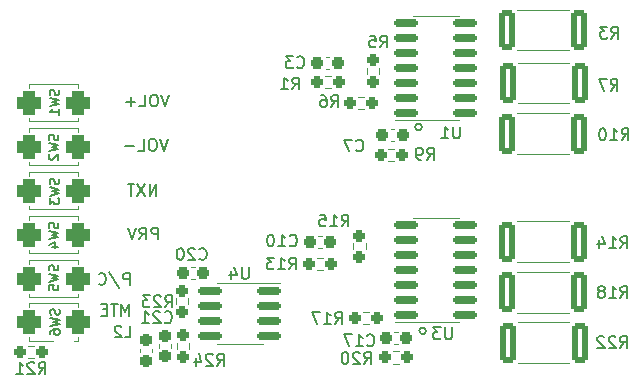
<source format=gbo>
G04 #@! TF.GenerationSoftware,KiCad,Pcbnew,6.99.0-unknown-455e330f3b~148~ubuntu20.04.1*
G04 #@! TF.CreationDate,2022-04-22T09:43:24+05:30*
G04 #@! TF.ProjectId,aptx_headset,61707478-5f68-4656-9164-7365742e6b69,rev?*
G04 #@! TF.SameCoordinates,Original*
G04 #@! TF.FileFunction,Legend,Bot*
G04 #@! TF.FilePolarity,Positive*
%FSLAX46Y46*%
G04 Gerber Fmt 4.6, Leading zero omitted, Abs format (unit mm)*
G04 Created by KiCad (PCBNEW 6.99.0-unknown-455e330f3b~148~ubuntu20.04.1) date 2022-04-22 09:43:24*
%MOMM*%
%LPD*%
G01*
G04 APERTURE LIST*
G04 Aperture macros list*
%AMRoundRect*
0 Rectangle with rounded corners*
0 $1 Rounding radius*
0 $2 $3 $4 $5 $6 $7 $8 $9 X,Y pos of 4 corners*
0 Add a 4 corners polygon primitive as box body*
4,1,4,$2,$3,$4,$5,$6,$7,$8,$9,$2,$3,0*
0 Add four circle primitives for the rounded corners*
1,1,$1+$1,$2,$3*
1,1,$1+$1,$4,$5*
1,1,$1+$1,$6,$7*
1,1,$1+$1,$8,$9*
0 Add four rect primitives between the rounded corners*
20,1,$1+$1,$2,$3,$4,$5,0*
20,1,$1+$1,$4,$5,$6,$7,0*
20,1,$1+$1,$6,$7,$8,$9,0*
20,1,$1+$1,$8,$9,$2,$3,0*%
G04 Aperture macros list end*
%ADD10C,0.150000*%
%ADD11C,0.120000*%
%ADD12C,1.500000*%
%ADD13C,1.600000*%
%ADD14R,1.700000X1.700000*%
%ADD15O,1.700000X1.700000*%
%ADD16RoundRect,0.237500X-0.300000X-0.237500X0.300000X-0.237500X0.300000X0.237500X-0.300000X0.237500X0*%
%ADD17RoundRect,0.237500X-0.250000X-0.237500X0.250000X-0.237500X0.250000X0.237500X-0.250000X0.237500X0*%
%ADD18RoundRect,0.500000X-0.500000X-0.500000X0.500000X-0.500000X0.500000X0.500000X-0.500000X0.500000X0*%
%ADD19RoundRect,0.150000X0.825000X0.150000X-0.825000X0.150000X-0.825000X-0.150000X0.825000X-0.150000X0*%
%ADD20RoundRect,0.237500X-0.237500X0.250000X-0.237500X-0.250000X0.237500X-0.250000X0.237500X0.250000X0*%
%ADD21RoundRect,0.150000X-0.825000X-0.150000X0.825000X-0.150000X0.825000X0.150000X-0.825000X0.150000X0*%
%ADD22RoundRect,0.249999X-0.450001X-1.425001X0.450001X-1.425001X0.450001X1.425001X-0.450001X1.425001X0*%
%ADD23RoundRect,0.237500X0.237500X-0.300000X0.237500X0.300000X-0.237500X0.300000X-0.237500X-0.300000X0*%
%ADD24RoundRect,0.237500X-0.237500X0.300000X-0.237500X-0.300000X0.237500X-0.300000X0.237500X0.300000X0*%
%ADD25RoundRect,0.237500X0.250000X0.237500X-0.250000X0.237500X-0.250000X-0.237500X0.250000X-0.237500X0*%
G04 APERTURE END LIST*
D10*
X121182843Y-97150000D02*
G75*
G03*
X121182843Y-97150000I-282843J0D01*
G01*
X120832843Y-79900000D02*
G75*
G03*
X120832843Y-79900000I-282843J0D01*
G01*
X99330951Y-80902380D02*
X98997618Y-81902380D01*
X98997618Y-81902380D02*
X98664285Y-80902380D01*
X98140475Y-80902380D02*
X97949999Y-80902380D01*
X97949999Y-80902380D02*
X97854761Y-80950000D01*
X97854761Y-80950000D02*
X97759523Y-81045238D01*
X97759523Y-81045238D02*
X97711904Y-81235714D01*
X97711904Y-81235714D02*
X97711904Y-81569047D01*
X97711904Y-81569047D02*
X97759523Y-81759523D01*
X97759523Y-81759523D02*
X97854761Y-81854761D01*
X97854761Y-81854761D02*
X97949999Y-81902380D01*
X97949999Y-81902380D02*
X98140475Y-81902380D01*
X98140475Y-81902380D02*
X98235713Y-81854761D01*
X98235713Y-81854761D02*
X98330951Y-81759523D01*
X98330951Y-81759523D02*
X98378570Y-81569047D01*
X98378570Y-81569047D02*
X98378570Y-81235714D01*
X98378570Y-81235714D02*
X98330951Y-81045238D01*
X98330951Y-81045238D02*
X98235713Y-80950000D01*
X98235713Y-80950000D02*
X98140475Y-80902380D01*
X96807142Y-81902380D02*
X97283332Y-81902380D01*
X97283332Y-81902380D02*
X97283332Y-80902380D01*
X96473808Y-81521428D02*
X95711904Y-81521428D01*
X96066666Y-95852380D02*
X96066666Y-94852380D01*
X96066666Y-94852380D02*
X95733333Y-95566666D01*
X95733333Y-95566666D02*
X95400000Y-94852380D01*
X95400000Y-94852380D02*
X95400000Y-95852380D01*
X95066666Y-94852380D02*
X94495238Y-94852380D01*
X94780952Y-95852380D02*
X94780952Y-94852380D01*
X94161904Y-95328571D02*
X93828571Y-95328571D01*
X93685714Y-95852380D02*
X94161904Y-95852380D01*
X94161904Y-95852380D02*
X94161904Y-94852380D01*
X94161904Y-94852380D02*
X93685714Y-94852380D01*
X98490475Y-89402380D02*
X98490475Y-88402380D01*
X98490475Y-88402380D02*
X98109523Y-88402380D01*
X98109523Y-88402380D02*
X98014285Y-88450000D01*
X98014285Y-88450000D02*
X97966666Y-88497619D01*
X97966666Y-88497619D02*
X97919047Y-88592857D01*
X97919047Y-88592857D02*
X97919047Y-88735714D01*
X97919047Y-88735714D02*
X97966666Y-88830952D01*
X97966666Y-88830952D02*
X98014285Y-88878571D01*
X98014285Y-88878571D02*
X98109523Y-88926190D01*
X98109523Y-88926190D02*
X98490475Y-88926190D01*
X96919047Y-89402380D02*
X97252380Y-88926190D01*
X97490475Y-89402380D02*
X97490475Y-88402380D01*
X97490475Y-88402380D02*
X97109523Y-88402380D01*
X97109523Y-88402380D02*
X97014285Y-88450000D01*
X97014285Y-88450000D02*
X96966666Y-88497619D01*
X96966666Y-88497619D02*
X96919047Y-88592857D01*
X96919047Y-88592857D02*
X96919047Y-88735714D01*
X96919047Y-88735714D02*
X96966666Y-88830952D01*
X96966666Y-88830952D02*
X97014285Y-88878571D01*
X97014285Y-88878571D02*
X97109523Y-88926190D01*
X97109523Y-88926190D02*
X97490475Y-88926190D01*
X96633332Y-88402380D02*
X96299999Y-89402380D01*
X96299999Y-89402380D02*
X95966666Y-88402380D01*
X98342856Y-85752380D02*
X98342856Y-84752380D01*
X98342856Y-84752380D02*
X97771428Y-85752380D01*
X97771428Y-85752380D02*
X97771428Y-84752380D01*
X97390475Y-84752380D02*
X96723809Y-85752380D01*
X96723809Y-84752380D02*
X97390475Y-85752380D01*
X96485713Y-84752380D02*
X95914285Y-84752380D01*
X96199999Y-85752380D02*
X96199999Y-84752380D01*
X99430951Y-77152380D02*
X99097618Y-78152380D01*
X99097618Y-78152380D02*
X98764285Y-77152380D01*
X98240475Y-77152380D02*
X98049999Y-77152380D01*
X98049999Y-77152380D02*
X97954761Y-77200000D01*
X97954761Y-77200000D02*
X97859523Y-77295238D01*
X97859523Y-77295238D02*
X97811904Y-77485714D01*
X97811904Y-77485714D02*
X97811904Y-77819047D01*
X97811904Y-77819047D02*
X97859523Y-78009523D01*
X97859523Y-78009523D02*
X97954761Y-78104761D01*
X97954761Y-78104761D02*
X98049999Y-78152380D01*
X98049999Y-78152380D02*
X98240475Y-78152380D01*
X98240475Y-78152380D02*
X98335713Y-78104761D01*
X98335713Y-78104761D02*
X98430951Y-78009523D01*
X98430951Y-78009523D02*
X98478570Y-77819047D01*
X98478570Y-77819047D02*
X98478570Y-77485714D01*
X98478570Y-77485714D02*
X98430951Y-77295238D01*
X98430951Y-77295238D02*
X98335713Y-77200000D01*
X98335713Y-77200000D02*
X98240475Y-77152380D01*
X96907142Y-78152380D02*
X97383332Y-78152380D01*
X97383332Y-78152380D02*
X97383332Y-77152380D01*
X96573808Y-77771428D02*
X95811904Y-77771428D01*
X96192856Y-78152380D02*
X96192856Y-77390476D01*
X96085713Y-93252380D02*
X96085713Y-92252380D01*
X96085713Y-92252380D02*
X95704761Y-92252380D01*
X95704761Y-92252380D02*
X95609523Y-92300000D01*
X95609523Y-92300000D02*
X95561904Y-92347619D01*
X95561904Y-92347619D02*
X95514285Y-92442857D01*
X95514285Y-92442857D02*
X95514285Y-92585714D01*
X95514285Y-92585714D02*
X95561904Y-92680952D01*
X95561904Y-92680952D02*
X95609523Y-92728571D01*
X95609523Y-92728571D02*
X95704761Y-92776190D01*
X95704761Y-92776190D02*
X96085713Y-92776190D01*
X94371428Y-92204761D02*
X95228570Y-93490476D01*
X93466666Y-93157142D02*
X93514285Y-93204761D01*
X93514285Y-93204761D02*
X93657142Y-93252380D01*
X93657142Y-93252380D02*
X93752380Y-93252380D01*
X93752380Y-93252380D02*
X93895237Y-93204761D01*
X93895237Y-93204761D02*
X93990475Y-93109523D01*
X93990475Y-93109523D02*
X94038094Y-93014285D01*
X94038094Y-93014285D02*
X94085713Y-92823809D01*
X94085713Y-92823809D02*
X94085713Y-92680952D01*
X94085713Y-92680952D02*
X94038094Y-92490476D01*
X94038094Y-92490476D02*
X93990475Y-92395238D01*
X93990475Y-92395238D02*
X93895237Y-92300000D01*
X93895237Y-92300000D02*
X93752380Y-92252380D01*
X93752380Y-92252380D02*
X93657142Y-92252380D01*
X93657142Y-92252380D02*
X93514285Y-92300000D01*
X93514285Y-92300000D02*
X93466666Y-92347619D01*
X116192857Y-98357142D02*
X116240476Y-98404761D01*
X116240476Y-98404761D02*
X116383333Y-98452380D01*
X116383333Y-98452380D02*
X116478571Y-98452380D01*
X116478571Y-98452380D02*
X116621428Y-98404761D01*
X116621428Y-98404761D02*
X116716666Y-98309523D01*
X116716666Y-98309523D02*
X116764285Y-98214285D01*
X116764285Y-98214285D02*
X116811904Y-98023809D01*
X116811904Y-98023809D02*
X116811904Y-97880952D01*
X116811904Y-97880952D02*
X116764285Y-97690476D01*
X116764285Y-97690476D02*
X116716666Y-97595238D01*
X116716666Y-97595238D02*
X116621428Y-97500000D01*
X116621428Y-97500000D02*
X116478571Y-97452380D01*
X116478571Y-97452380D02*
X116383333Y-97452380D01*
X116383333Y-97452380D02*
X116240476Y-97500000D01*
X116240476Y-97500000D02*
X116192857Y-97547619D01*
X115240476Y-98452380D02*
X115811904Y-98452380D01*
X115526190Y-98452380D02*
X115526190Y-97452380D01*
X115526190Y-97452380D02*
X115621428Y-97595238D01*
X115621428Y-97595238D02*
X115716666Y-97690476D01*
X115716666Y-97690476D02*
X115811904Y-97738095D01*
X114907142Y-97452380D02*
X114240476Y-97452380D01*
X114240476Y-97452380D02*
X114669047Y-98452380D01*
X109592857Y-91952380D02*
X109926190Y-91476190D01*
X110164285Y-91952380D02*
X110164285Y-90952380D01*
X110164285Y-90952380D02*
X109783333Y-90952380D01*
X109783333Y-90952380D02*
X109688095Y-91000000D01*
X109688095Y-91000000D02*
X109640476Y-91047619D01*
X109640476Y-91047619D02*
X109592857Y-91142857D01*
X109592857Y-91142857D02*
X109592857Y-91285714D01*
X109592857Y-91285714D02*
X109640476Y-91380952D01*
X109640476Y-91380952D02*
X109688095Y-91428571D01*
X109688095Y-91428571D02*
X109783333Y-91476190D01*
X109783333Y-91476190D02*
X110164285Y-91476190D01*
X108640476Y-91952380D02*
X109211904Y-91952380D01*
X108926190Y-91952380D02*
X108926190Y-90952380D01*
X108926190Y-90952380D02*
X109021428Y-91095238D01*
X109021428Y-91095238D02*
X109116666Y-91190476D01*
X109116666Y-91190476D02*
X109211904Y-91238095D01*
X108307142Y-90952380D02*
X107688095Y-90952380D01*
X107688095Y-90952380D02*
X108021428Y-91333333D01*
X108021428Y-91333333D02*
X107878571Y-91333333D01*
X107878571Y-91333333D02*
X107783333Y-91380952D01*
X107783333Y-91380952D02*
X107735714Y-91428571D01*
X107735714Y-91428571D02*
X107688095Y-91523809D01*
X107688095Y-91523809D02*
X107688095Y-91761904D01*
X107688095Y-91761904D02*
X107735714Y-91857142D01*
X107735714Y-91857142D02*
X107783333Y-91904761D01*
X107783333Y-91904761D02*
X107878571Y-91952380D01*
X107878571Y-91952380D02*
X108164285Y-91952380D01*
X108164285Y-91952380D02*
X108259523Y-91904761D01*
X108259523Y-91904761D02*
X108307142Y-91857142D01*
X90073809Y-76733332D02*
X90111904Y-76847618D01*
X90111904Y-76847618D02*
X90111904Y-77038094D01*
X90111904Y-77038094D02*
X90073809Y-77114285D01*
X90073809Y-77114285D02*
X90035714Y-77152380D01*
X90035714Y-77152380D02*
X89959523Y-77190475D01*
X89959523Y-77190475D02*
X89883333Y-77190475D01*
X89883333Y-77190475D02*
X89807142Y-77152380D01*
X89807142Y-77152380D02*
X89769047Y-77114285D01*
X89769047Y-77114285D02*
X89730952Y-77038094D01*
X89730952Y-77038094D02*
X89692857Y-76885713D01*
X89692857Y-76885713D02*
X89654761Y-76809523D01*
X89654761Y-76809523D02*
X89616666Y-76771428D01*
X89616666Y-76771428D02*
X89540476Y-76733332D01*
X89540476Y-76733332D02*
X89464285Y-76733332D01*
X89464285Y-76733332D02*
X89388095Y-76771428D01*
X89388095Y-76771428D02*
X89350000Y-76809523D01*
X89350000Y-76809523D02*
X89311904Y-76885713D01*
X89311904Y-76885713D02*
X89311904Y-77076190D01*
X89311904Y-77076190D02*
X89350000Y-77190475D01*
X89311904Y-77457142D02*
X90111904Y-77647618D01*
X90111904Y-77647618D02*
X89540476Y-77799999D01*
X89540476Y-77799999D02*
X90111904Y-77952380D01*
X90111904Y-77952380D02*
X89311904Y-78142857D01*
X90111904Y-78866666D02*
X90111904Y-78409523D01*
X90111904Y-78638095D02*
X89311904Y-78638095D01*
X89311904Y-78638095D02*
X89426190Y-78561904D01*
X89426190Y-78561904D02*
X89502380Y-78485714D01*
X89502380Y-78485714D02*
X89540476Y-78409523D01*
X106161904Y-91752380D02*
X106161904Y-92561904D01*
X106161904Y-92561904D02*
X106114285Y-92657142D01*
X106114285Y-92657142D02*
X106066666Y-92704761D01*
X106066666Y-92704761D02*
X105971428Y-92752380D01*
X105971428Y-92752380D02*
X105780952Y-92752380D01*
X105780952Y-92752380D02*
X105685714Y-92704761D01*
X105685714Y-92704761D02*
X105638095Y-92657142D01*
X105638095Y-92657142D02*
X105590476Y-92561904D01*
X105590476Y-92561904D02*
X105590476Y-91752380D01*
X104685714Y-92085714D02*
X104685714Y-92752380D01*
X104923809Y-91704761D02*
X105161904Y-92419047D01*
X105161904Y-92419047D02*
X104542857Y-92419047D01*
X90023809Y-87983332D02*
X90061904Y-88097618D01*
X90061904Y-88097618D02*
X90061904Y-88288094D01*
X90061904Y-88288094D02*
X90023809Y-88364285D01*
X90023809Y-88364285D02*
X89985714Y-88402380D01*
X89985714Y-88402380D02*
X89909523Y-88440475D01*
X89909523Y-88440475D02*
X89833333Y-88440475D01*
X89833333Y-88440475D02*
X89757142Y-88402380D01*
X89757142Y-88402380D02*
X89719047Y-88364285D01*
X89719047Y-88364285D02*
X89680952Y-88288094D01*
X89680952Y-88288094D02*
X89642857Y-88135713D01*
X89642857Y-88135713D02*
X89604761Y-88059523D01*
X89604761Y-88059523D02*
X89566666Y-88021428D01*
X89566666Y-88021428D02*
X89490476Y-87983332D01*
X89490476Y-87983332D02*
X89414285Y-87983332D01*
X89414285Y-87983332D02*
X89338095Y-88021428D01*
X89338095Y-88021428D02*
X89300000Y-88059523D01*
X89300000Y-88059523D02*
X89261904Y-88135713D01*
X89261904Y-88135713D02*
X89261904Y-88326190D01*
X89261904Y-88326190D02*
X89300000Y-88440475D01*
X89261904Y-88707142D02*
X90061904Y-88897618D01*
X90061904Y-88897618D02*
X89490476Y-89049999D01*
X89490476Y-89049999D02*
X90061904Y-89202380D01*
X90061904Y-89202380D02*
X89261904Y-89392857D01*
X89528571Y-90040476D02*
X90061904Y-90040476D01*
X89223809Y-89850000D02*
X89795238Y-89659523D01*
X89795238Y-89659523D02*
X89795238Y-90154762D01*
X90123809Y-95333332D02*
X90161904Y-95447618D01*
X90161904Y-95447618D02*
X90161904Y-95638094D01*
X90161904Y-95638094D02*
X90123809Y-95714285D01*
X90123809Y-95714285D02*
X90085714Y-95752380D01*
X90085714Y-95752380D02*
X90009523Y-95790475D01*
X90009523Y-95790475D02*
X89933333Y-95790475D01*
X89933333Y-95790475D02*
X89857142Y-95752380D01*
X89857142Y-95752380D02*
X89819047Y-95714285D01*
X89819047Y-95714285D02*
X89780952Y-95638094D01*
X89780952Y-95638094D02*
X89742857Y-95485713D01*
X89742857Y-95485713D02*
X89704761Y-95409523D01*
X89704761Y-95409523D02*
X89666666Y-95371428D01*
X89666666Y-95371428D02*
X89590476Y-95333332D01*
X89590476Y-95333332D02*
X89514285Y-95333332D01*
X89514285Y-95333332D02*
X89438095Y-95371428D01*
X89438095Y-95371428D02*
X89400000Y-95409523D01*
X89400000Y-95409523D02*
X89361904Y-95485713D01*
X89361904Y-95485713D02*
X89361904Y-95676190D01*
X89361904Y-95676190D02*
X89400000Y-95790475D01*
X89361904Y-96057142D02*
X90161904Y-96247618D01*
X90161904Y-96247618D02*
X89590476Y-96399999D01*
X89590476Y-96399999D02*
X90161904Y-96552380D01*
X90161904Y-96552380D02*
X89361904Y-96742857D01*
X89361904Y-97390476D02*
X89361904Y-97238095D01*
X89361904Y-97238095D02*
X89400000Y-97161904D01*
X89400000Y-97161904D02*
X89438095Y-97123809D01*
X89438095Y-97123809D02*
X89552380Y-97047619D01*
X89552380Y-97047619D02*
X89704761Y-97009523D01*
X89704761Y-97009523D02*
X90009523Y-97009523D01*
X90009523Y-97009523D02*
X90085714Y-97047619D01*
X90085714Y-97047619D02*
X90123809Y-97085714D01*
X90123809Y-97085714D02*
X90161904Y-97161904D01*
X90161904Y-97161904D02*
X90161904Y-97314285D01*
X90161904Y-97314285D02*
X90123809Y-97390476D01*
X90123809Y-97390476D02*
X90085714Y-97428571D01*
X90085714Y-97428571D02*
X90009523Y-97466666D01*
X90009523Y-97466666D02*
X89819047Y-97466666D01*
X89819047Y-97466666D02*
X89742857Y-97428571D01*
X89742857Y-97428571D02*
X89704761Y-97390476D01*
X89704761Y-97390476D02*
X89666666Y-97314285D01*
X89666666Y-97314285D02*
X89666666Y-97161904D01*
X89666666Y-97161904D02*
X89704761Y-97085714D01*
X89704761Y-97085714D02*
X89742857Y-97047619D01*
X89742857Y-97047619D02*
X89819047Y-97009523D01*
X101992857Y-91057142D02*
X102040476Y-91104761D01*
X102040476Y-91104761D02*
X102183333Y-91152380D01*
X102183333Y-91152380D02*
X102278571Y-91152380D01*
X102278571Y-91152380D02*
X102421428Y-91104761D01*
X102421428Y-91104761D02*
X102516666Y-91009523D01*
X102516666Y-91009523D02*
X102564285Y-90914285D01*
X102564285Y-90914285D02*
X102611904Y-90723809D01*
X102611904Y-90723809D02*
X102611904Y-90580952D01*
X102611904Y-90580952D02*
X102564285Y-90390476D01*
X102564285Y-90390476D02*
X102516666Y-90295238D01*
X102516666Y-90295238D02*
X102421428Y-90200000D01*
X102421428Y-90200000D02*
X102278571Y-90152380D01*
X102278571Y-90152380D02*
X102183333Y-90152380D01*
X102183333Y-90152380D02*
X102040476Y-90200000D01*
X102040476Y-90200000D02*
X101992857Y-90247619D01*
X101611904Y-90247619D02*
X101564285Y-90200000D01*
X101564285Y-90200000D02*
X101469047Y-90152380D01*
X101469047Y-90152380D02*
X101230952Y-90152380D01*
X101230952Y-90152380D02*
X101135714Y-90200000D01*
X101135714Y-90200000D02*
X101088095Y-90247619D01*
X101088095Y-90247619D02*
X101040476Y-90342857D01*
X101040476Y-90342857D02*
X101040476Y-90438095D01*
X101040476Y-90438095D02*
X101088095Y-90580952D01*
X101088095Y-90580952D02*
X101659523Y-91152380D01*
X101659523Y-91152380D02*
X101040476Y-91152380D01*
X100421428Y-90152380D02*
X100326190Y-90152380D01*
X100326190Y-90152380D02*
X100230952Y-90200000D01*
X100230952Y-90200000D02*
X100183333Y-90247619D01*
X100183333Y-90247619D02*
X100135714Y-90342857D01*
X100135714Y-90342857D02*
X100088095Y-90533333D01*
X100088095Y-90533333D02*
X100088095Y-90771428D01*
X100088095Y-90771428D02*
X100135714Y-90961904D01*
X100135714Y-90961904D02*
X100183333Y-91057142D01*
X100183333Y-91057142D02*
X100230952Y-91104761D01*
X100230952Y-91104761D02*
X100326190Y-91152380D01*
X100326190Y-91152380D02*
X100421428Y-91152380D01*
X100421428Y-91152380D02*
X100516666Y-91104761D01*
X100516666Y-91104761D02*
X100564285Y-91057142D01*
X100564285Y-91057142D02*
X100611904Y-90961904D01*
X100611904Y-90961904D02*
X100659523Y-90771428D01*
X100659523Y-90771428D02*
X100659523Y-90533333D01*
X100659523Y-90533333D02*
X100611904Y-90342857D01*
X100611904Y-90342857D02*
X100564285Y-90247619D01*
X100564285Y-90247619D02*
X100516666Y-90200000D01*
X100516666Y-90200000D02*
X100421428Y-90152380D01*
X90073809Y-84283332D02*
X90111904Y-84397618D01*
X90111904Y-84397618D02*
X90111904Y-84588094D01*
X90111904Y-84588094D02*
X90073809Y-84664285D01*
X90073809Y-84664285D02*
X90035714Y-84702380D01*
X90035714Y-84702380D02*
X89959523Y-84740475D01*
X89959523Y-84740475D02*
X89883333Y-84740475D01*
X89883333Y-84740475D02*
X89807142Y-84702380D01*
X89807142Y-84702380D02*
X89769047Y-84664285D01*
X89769047Y-84664285D02*
X89730952Y-84588094D01*
X89730952Y-84588094D02*
X89692857Y-84435713D01*
X89692857Y-84435713D02*
X89654761Y-84359523D01*
X89654761Y-84359523D02*
X89616666Y-84321428D01*
X89616666Y-84321428D02*
X89540476Y-84283332D01*
X89540476Y-84283332D02*
X89464285Y-84283332D01*
X89464285Y-84283332D02*
X89388095Y-84321428D01*
X89388095Y-84321428D02*
X89350000Y-84359523D01*
X89350000Y-84359523D02*
X89311904Y-84435713D01*
X89311904Y-84435713D02*
X89311904Y-84626190D01*
X89311904Y-84626190D02*
X89350000Y-84740475D01*
X89311904Y-85007142D02*
X90111904Y-85197618D01*
X90111904Y-85197618D02*
X89540476Y-85349999D01*
X89540476Y-85349999D02*
X90111904Y-85502380D01*
X90111904Y-85502380D02*
X89311904Y-85692857D01*
X89311904Y-85921428D02*
X89311904Y-86416666D01*
X89311904Y-86416666D02*
X89616666Y-86150000D01*
X89616666Y-86150000D02*
X89616666Y-86264285D01*
X89616666Y-86264285D02*
X89654761Y-86340476D01*
X89654761Y-86340476D02*
X89692857Y-86378571D01*
X89692857Y-86378571D02*
X89769047Y-86416666D01*
X89769047Y-86416666D02*
X89959523Y-86416666D01*
X89959523Y-86416666D02*
X90035714Y-86378571D01*
X90035714Y-86378571D02*
X90073809Y-86340476D01*
X90073809Y-86340476D02*
X90111904Y-86264285D01*
X90111904Y-86264285D02*
X90111904Y-86035714D01*
X90111904Y-86035714D02*
X90073809Y-85959523D01*
X90073809Y-85959523D02*
X90035714Y-85921428D01*
X99092857Y-95152380D02*
X99426190Y-94676190D01*
X99664285Y-95152380D02*
X99664285Y-94152380D01*
X99664285Y-94152380D02*
X99283333Y-94152380D01*
X99283333Y-94152380D02*
X99188095Y-94200000D01*
X99188095Y-94200000D02*
X99140476Y-94247619D01*
X99140476Y-94247619D02*
X99092857Y-94342857D01*
X99092857Y-94342857D02*
X99092857Y-94485714D01*
X99092857Y-94485714D02*
X99140476Y-94580952D01*
X99140476Y-94580952D02*
X99188095Y-94628571D01*
X99188095Y-94628571D02*
X99283333Y-94676190D01*
X99283333Y-94676190D02*
X99664285Y-94676190D01*
X98711904Y-94247619D02*
X98664285Y-94200000D01*
X98664285Y-94200000D02*
X98569047Y-94152380D01*
X98569047Y-94152380D02*
X98330952Y-94152380D01*
X98330952Y-94152380D02*
X98235714Y-94200000D01*
X98235714Y-94200000D02*
X98188095Y-94247619D01*
X98188095Y-94247619D02*
X98140476Y-94342857D01*
X98140476Y-94342857D02*
X98140476Y-94438095D01*
X98140476Y-94438095D02*
X98188095Y-94580952D01*
X98188095Y-94580952D02*
X98759523Y-95152380D01*
X98759523Y-95152380D02*
X98140476Y-95152380D01*
X97807142Y-94152380D02*
X97188095Y-94152380D01*
X97188095Y-94152380D02*
X97521428Y-94533333D01*
X97521428Y-94533333D02*
X97378571Y-94533333D01*
X97378571Y-94533333D02*
X97283333Y-94580952D01*
X97283333Y-94580952D02*
X97235714Y-94628571D01*
X97235714Y-94628571D02*
X97188095Y-94723809D01*
X97188095Y-94723809D02*
X97188095Y-94961904D01*
X97188095Y-94961904D02*
X97235714Y-95057142D01*
X97235714Y-95057142D02*
X97283333Y-95104761D01*
X97283333Y-95104761D02*
X97378571Y-95152380D01*
X97378571Y-95152380D02*
X97664285Y-95152380D01*
X97664285Y-95152380D02*
X97759523Y-95104761D01*
X97759523Y-95104761D02*
X97807142Y-95057142D01*
X124061904Y-79852380D02*
X124061904Y-80661904D01*
X124061904Y-80661904D02*
X124014285Y-80757142D01*
X124014285Y-80757142D02*
X123966666Y-80804761D01*
X123966666Y-80804761D02*
X123871428Y-80852380D01*
X123871428Y-80852380D02*
X123680952Y-80852380D01*
X123680952Y-80852380D02*
X123585714Y-80804761D01*
X123585714Y-80804761D02*
X123538095Y-80757142D01*
X123538095Y-80757142D02*
X123490476Y-80661904D01*
X123490476Y-80661904D02*
X123490476Y-79852380D01*
X122490476Y-80852380D02*
X123061904Y-80852380D01*
X122776190Y-80852380D02*
X122776190Y-79852380D01*
X122776190Y-79852380D02*
X122871428Y-79995238D01*
X122871428Y-79995238D02*
X122966666Y-80090476D01*
X122966666Y-80090476D02*
X123061904Y-80138095D01*
X115266666Y-81857142D02*
X115314285Y-81904761D01*
X115314285Y-81904761D02*
X115457142Y-81952380D01*
X115457142Y-81952380D02*
X115552380Y-81952380D01*
X115552380Y-81952380D02*
X115695237Y-81904761D01*
X115695237Y-81904761D02*
X115790475Y-81809523D01*
X115790475Y-81809523D02*
X115838094Y-81714285D01*
X115838094Y-81714285D02*
X115885713Y-81523809D01*
X115885713Y-81523809D02*
X115885713Y-81380952D01*
X115885713Y-81380952D02*
X115838094Y-81190476D01*
X115838094Y-81190476D02*
X115790475Y-81095238D01*
X115790475Y-81095238D02*
X115695237Y-81000000D01*
X115695237Y-81000000D02*
X115552380Y-80952380D01*
X115552380Y-80952380D02*
X115457142Y-80952380D01*
X115457142Y-80952380D02*
X115314285Y-81000000D01*
X115314285Y-81000000D02*
X115266666Y-81047619D01*
X114933332Y-80952380D02*
X114266666Y-80952380D01*
X114266666Y-80952380D02*
X114695237Y-81952380D01*
X137742857Y-81002380D02*
X138076190Y-80526190D01*
X138314285Y-81002380D02*
X138314285Y-80002380D01*
X138314285Y-80002380D02*
X137933333Y-80002380D01*
X137933333Y-80002380D02*
X137838095Y-80050000D01*
X137838095Y-80050000D02*
X137790476Y-80097619D01*
X137790476Y-80097619D02*
X137742857Y-80192857D01*
X137742857Y-80192857D02*
X137742857Y-80335714D01*
X137742857Y-80335714D02*
X137790476Y-80430952D01*
X137790476Y-80430952D02*
X137838095Y-80478571D01*
X137838095Y-80478571D02*
X137933333Y-80526190D01*
X137933333Y-80526190D02*
X138314285Y-80526190D01*
X136790476Y-81002380D02*
X137361904Y-81002380D01*
X137076190Y-81002380D02*
X137076190Y-80002380D01*
X137076190Y-80002380D02*
X137171428Y-80145238D01*
X137171428Y-80145238D02*
X137266666Y-80240476D01*
X137266666Y-80240476D02*
X137361904Y-80288095D01*
X136171428Y-80002380D02*
X136076190Y-80002380D01*
X136076190Y-80002380D02*
X135980952Y-80050000D01*
X135980952Y-80050000D02*
X135933333Y-80097619D01*
X135933333Y-80097619D02*
X135885714Y-80192857D01*
X135885714Y-80192857D02*
X135838095Y-80383333D01*
X135838095Y-80383333D02*
X135838095Y-80621428D01*
X135838095Y-80621428D02*
X135885714Y-80811904D01*
X135885714Y-80811904D02*
X135933333Y-80907142D01*
X135933333Y-80907142D02*
X135980952Y-80954761D01*
X135980952Y-80954761D02*
X136076190Y-81002380D01*
X136076190Y-81002380D02*
X136171428Y-81002380D01*
X136171428Y-81002380D02*
X136266666Y-80954761D01*
X136266666Y-80954761D02*
X136314285Y-80907142D01*
X136314285Y-80907142D02*
X136361904Y-80811904D01*
X136361904Y-80811904D02*
X136409523Y-80621428D01*
X136409523Y-80621428D02*
X136409523Y-80383333D01*
X136409523Y-80383333D02*
X136361904Y-80192857D01*
X136361904Y-80192857D02*
X136314285Y-80097619D01*
X136314285Y-80097619D02*
X136266666Y-80050000D01*
X136266666Y-80050000D02*
X136171428Y-80002380D01*
X137642857Y-90152380D02*
X137976190Y-89676190D01*
X138214285Y-90152380D02*
X138214285Y-89152380D01*
X138214285Y-89152380D02*
X137833333Y-89152380D01*
X137833333Y-89152380D02*
X137738095Y-89200000D01*
X137738095Y-89200000D02*
X137690476Y-89247619D01*
X137690476Y-89247619D02*
X137642857Y-89342857D01*
X137642857Y-89342857D02*
X137642857Y-89485714D01*
X137642857Y-89485714D02*
X137690476Y-89580952D01*
X137690476Y-89580952D02*
X137738095Y-89628571D01*
X137738095Y-89628571D02*
X137833333Y-89676190D01*
X137833333Y-89676190D02*
X138214285Y-89676190D01*
X136690476Y-90152380D02*
X137261904Y-90152380D01*
X136976190Y-90152380D02*
X136976190Y-89152380D01*
X136976190Y-89152380D02*
X137071428Y-89295238D01*
X137071428Y-89295238D02*
X137166666Y-89390476D01*
X137166666Y-89390476D02*
X137261904Y-89438095D01*
X135833333Y-89485714D02*
X135833333Y-90152380D01*
X136071428Y-89104761D02*
X136309523Y-89819047D01*
X136309523Y-89819047D02*
X135690476Y-89819047D01*
X90023809Y-91583332D02*
X90061904Y-91697618D01*
X90061904Y-91697618D02*
X90061904Y-91888094D01*
X90061904Y-91888094D02*
X90023809Y-91964285D01*
X90023809Y-91964285D02*
X89985714Y-92002380D01*
X89985714Y-92002380D02*
X89909523Y-92040475D01*
X89909523Y-92040475D02*
X89833333Y-92040475D01*
X89833333Y-92040475D02*
X89757142Y-92002380D01*
X89757142Y-92002380D02*
X89719047Y-91964285D01*
X89719047Y-91964285D02*
X89680952Y-91888094D01*
X89680952Y-91888094D02*
X89642857Y-91735713D01*
X89642857Y-91735713D02*
X89604761Y-91659523D01*
X89604761Y-91659523D02*
X89566666Y-91621428D01*
X89566666Y-91621428D02*
X89490476Y-91583332D01*
X89490476Y-91583332D02*
X89414285Y-91583332D01*
X89414285Y-91583332D02*
X89338095Y-91621428D01*
X89338095Y-91621428D02*
X89300000Y-91659523D01*
X89300000Y-91659523D02*
X89261904Y-91735713D01*
X89261904Y-91735713D02*
X89261904Y-91926190D01*
X89261904Y-91926190D02*
X89300000Y-92040475D01*
X89261904Y-92307142D02*
X90061904Y-92497618D01*
X90061904Y-92497618D02*
X89490476Y-92649999D01*
X89490476Y-92649999D02*
X90061904Y-92802380D01*
X90061904Y-92802380D02*
X89261904Y-92992857D01*
X89261904Y-93678571D02*
X89261904Y-93297619D01*
X89261904Y-93297619D02*
X89642857Y-93259523D01*
X89642857Y-93259523D02*
X89604761Y-93297619D01*
X89604761Y-93297619D02*
X89566666Y-93373809D01*
X89566666Y-93373809D02*
X89566666Y-93564285D01*
X89566666Y-93564285D02*
X89604761Y-93640476D01*
X89604761Y-93640476D02*
X89642857Y-93678571D01*
X89642857Y-93678571D02*
X89719047Y-93716666D01*
X89719047Y-93716666D02*
X89909523Y-93716666D01*
X89909523Y-93716666D02*
X89985714Y-93678571D01*
X89985714Y-93678571D02*
X90023809Y-93640476D01*
X90023809Y-93640476D02*
X90061904Y-93564285D01*
X90061904Y-93564285D02*
X90061904Y-93373809D01*
X90061904Y-93373809D02*
X90023809Y-93297619D01*
X90023809Y-93297619D02*
X89985714Y-93259523D01*
X123361904Y-96852380D02*
X123361904Y-97661904D01*
X123361904Y-97661904D02*
X123314285Y-97757142D01*
X123314285Y-97757142D02*
X123266666Y-97804761D01*
X123266666Y-97804761D02*
X123171428Y-97852380D01*
X123171428Y-97852380D02*
X122980952Y-97852380D01*
X122980952Y-97852380D02*
X122885714Y-97804761D01*
X122885714Y-97804761D02*
X122838095Y-97757142D01*
X122838095Y-97757142D02*
X122790476Y-97661904D01*
X122790476Y-97661904D02*
X122790476Y-96852380D01*
X122409523Y-96852380D02*
X121790476Y-96852380D01*
X121790476Y-96852380D02*
X122123809Y-97233333D01*
X122123809Y-97233333D02*
X121980952Y-97233333D01*
X121980952Y-97233333D02*
X121885714Y-97280952D01*
X121885714Y-97280952D02*
X121838095Y-97328571D01*
X121838095Y-97328571D02*
X121790476Y-97423809D01*
X121790476Y-97423809D02*
X121790476Y-97661904D01*
X121790476Y-97661904D02*
X121838095Y-97757142D01*
X121838095Y-97757142D02*
X121885714Y-97804761D01*
X121885714Y-97804761D02*
X121980952Y-97852380D01*
X121980952Y-97852380D02*
X122266666Y-97852380D01*
X122266666Y-97852380D02*
X122361904Y-97804761D01*
X122361904Y-97804761D02*
X122409523Y-97757142D01*
X90023809Y-80533332D02*
X90061904Y-80647618D01*
X90061904Y-80647618D02*
X90061904Y-80838094D01*
X90061904Y-80838094D02*
X90023809Y-80914285D01*
X90023809Y-80914285D02*
X89985714Y-80952380D01*
X89985714Y-80952380D02*
X89909523Y-80990475D01*
X89909523Y-80990475D02*
X89833333Y-80990475D01*
X89833333Y-80990475D02*
X89757142Y-80952380D01*
X89757142Y-80952380D02*
X89719047Y-80914285D01*
X89719047Y-80914285D02*
X89680952Y-80838094D01*
X89680952Y-80838094D02*
X89642857Y-80685713D01*
X89642857Y-80685713D02*
X89604761Y-80609523D01*
X89604761Y-80609523D02*
X89566666Y-80571428D01*
X89566666Y-80571428D02*
X89490476Y-80533332D01*
X89490476Y-80533332D02*
X89414285Y-80533332D01*
X89414285Y-80533332D02*
X89338095Y-80571428D01*
X89338095Y-80571428D02*
X89300000Y-80609523D01*
X89300000Y-80609523D02*
X89261904Y-80685713D01*
X89261904Y-80685713D02*
X89261904Y-80876190D01*
X89261904Y-80876190D02*
X89300000Y-80990475D01*
X89261904Y-81257142D02*
X90061904Y-81447618D01*
X90061904Y-81447618D02*
X89490476Y-81599999D01*
X89490476Y-81599999D02*
X90061904Y-81752380D01*
X90061904Y-81752380D02*
X89261904Y-81942857D01*
X89338095Y-82209523D02*
X89300000Y-82247619D01*
X89300000Y-82247619D02*
X89261904Y-82323809D01*
X89261904Y-82323809D02*
X89261904Y-82514285D01*
X89261904Y-82514285D02*
X89300000Y-82590476D01*
X89300000Y-82590476D02*
X89338095Y-82628571D01*
X89338095Y-82628571D02*
X89414285Y-82666666D01*
X89414285Y-82666666D02*
X89490476Y-82666666D01*
X89490476Y-82666666D02*
X89604761Y-82628571D01*
X89604761Y-82628571D02*
X90061904Y-82171428D01*
X90061904Y-82171428D02*
X90061904Y-82666666D01*
X136816666Y-76802380D02*
X137149999Y-76326190D01*
X137388094Y-76802380D02*
X137388094Y-75802380D01*
X137388094Y-75802380D02*
X137007142Y-75802380D01*
X137007142Y-75802380D02*
X136911904Y-75850000D01*
X136911904Y-75850000D02*
X136864285Y-75897619D01*
X136864285Y-75897619D02*
X136816666Y-75992857D01*
X136816666Y-75992857D02*
X136816666Y-76135714D01*
X136816666Y-76135714D02*
X136864285Y-76230952D01*
X136864285Y-76230952D02*
X136911904Y-76278571D01*
X136911904Y-76278571D02*
X137007142Y-76326190D01*
X137007142Y-76326190D02*
X137388094Y-76326190D01*
X136483332Y-75802380D02*
X135816666Y-75802380D01*
X135816666Y-75802380D02*
X136245237Y-76802380D01*
X115942857Y-99952380D02*
X116276190Y-99476190D01*
X116514285Y-99952380D02*
X116514285Y-98952380D01*
X116514285Y-98952380D02*
X116133333Y-98952380D01*
X116133333Y-98952380D02*
X116038095Y-99000000D01*
X116038095Y-99000000D02*
X115990476Y-99047619D01*
X115990476Y-99047619D02*
X115942857Y-99142857D01*
X115942857Y-99142857D02*
X115942857Y-99285714D01*
X115942857Y-99285714D02*
X115990476Y-99380952D01*
X115990476Y-99380952D02*
X116038095Y-99428571D01*
X116038095Y-99428571D02*
X116133333Y-99476190D01*
X116133333Y-99476190D02*
X116514285Y-99476190D01*
X115561904Y-99047619D02*
X115514285Y-99000000D01*
X115514285Y-99000000D02*
X115419047Y-98952380D01*
X115419047Y-98952380D02*
X115180952Y-98952380D01*
X115180952Y-98952380D02*
X115085714Y-99000000D01*
X115085714Y-99000000D02*
X115038095Y-99047619D01*
X115038095Y-99047619D02*
X114990476Y-99142857D01*
X114990476Y-99142857D02*
X114990476Y-99238095D01*
X114990476Y-99238095D02*
X115038095Y-99380952D01*
X115038095Y-99380952D02*
X115609523Y-99952380D01*
X115609523Y-99952380D02*
X114990476Y-99952380D01*
X114371428Y-98952380D02*
X114276190Y-98952380D01*
X114276190Y-98952380D02*
X114180952Y-99000000D01*
X114180952Y-99000000D02*
X114133333Y-99047619D01*
X114133333Y-99047619D02*
X114085714Y-99142857D01*
X114085714Y-99142857D02*
X114038095Y-99333333D01*
X114038095Y-99333333D02*
X114038095Y-99571428D01*
X114038095Y-99571428D02*
X114085714Y-99761904D01*
X114085714Y-99761904D02*
X114133333Y-99857142D01*
X114133333Y-99857142D02*
X114180952Y-99904761D01*
X114180952Y-99904761D02*
X114276190Y-99952380D01*
X114276190Y-99952380D02*
X114371428Y-99952380D01*
X114371428Y-99952380D02*
X114466666Y-99904761D01*
X114466666Y-99904761D02*
X114514285Y-99857142D01*
X114514285Y-99857142D02*
X114561904Y-99761904D01*
X114561904Y-99761904D02*
X114609523Y-99571428D01*
X114609523Y-99571428D02*
X114609523Y-99333333D01*
X114609523Y-99333333D02*
X114561904Y-99142857D01*
X114561904Y-99142857D02*
X114514285Y-99047619D01*
X114514285Y-99047619D02*
X114466666Y-99000000D01*
X114466666Y-99000000D02*
X114371428Y-98952380D01*
X114042857Y-88302380D02*
X114376190Y-87826190D01*
X114614285Y-88302380D02*
X114614285Y-87302380D01*
X114614285Y-87302380D02*
X114233333Y-87302380D01*
X114233333Y-87302380D02*
X114138095Y-87350000D01*
X114138095Y-87350000D02*
X114090476Y-87397619D01*
X114090476Y-87397619D02*
X114042857Y-87492857D01*
X114042857Y-87492857D02*
X114042857Y-87635714D01*
X114042857Y-87635714D02*
X114090476Y-87730952D01*
X114090476Y-87730952D02*
X114138095Y-87778571D01*
X114138095Y-87778571D02*
X114233333Y-87826190D01*
X114233333Y-87826190D02*
X114614285Y-87826190D01*
X113090476Y-88302380D02*
X113661904Y-88302380D01*
X113376190Y-88302380D02*
X113376190Y-87302380D01*
X113376190Y-87302380D02*
X113471428Y-87445238D01*
X113471428Y-87445238D02*
X113566666Y-87540476D01*
X113566666Y-87540476D02*
X113661904Y-87588095D01*
X112185714Y-87302380D02*
X112661904Y-87302380D01*
X112661904Y-87302380D02*
X112709523Y-87778571D01*
X112709523Y-87778571D02*
X112661904Y-87730952D01*
X112661904Y-87730952D02*
X112566666Y-87683333D01*
X112566666Y-87683333D02*
X112328571Y-87683333D01*
X112328571Y-87683333D02*
X112233333Y-87730952D01*
X112233333Y-87730952D02*
X112185714Y-87778571D01*
X112185714Y-87778571D02*
X112138095Y-87873809D01*
X112138095Y-87873809D02*
X112138095Y-88111904D01*
X112138095Y-88111904D02*
X112185714Y-88207142D01*
X112185714Y-88207142D02*
X112233333Y-88254761D01*
X112233333Y-88254761D02*
X112328571Y-88302380D01*
X112328571Y-88302380D02*
X112566666Y-88302380D01*
X112566666Y-88302380D02*
X112661904Y-88254761D01*
X112661904Y-88254761D02*
X112709523Y-88207142D01*
X121266666Y-82652380D02*
X121599999Y-82176190D01*
X121838094Y-82652380D02*
X121838094Y-81652380D01*
X121838094Y-81652380D02*
X121457142Y-81652380D01*
X121457142Y-81652380D02*
X121361904Y-81700000D01*
X121361904Y-81700000D02*
X121314285Y-81747619D01*
X121314285Y-81747619D02*
X121266666Y-81842857D01*
X121266666Y-81842857D02*
X121266666Y-81985714D01*
X121266666Y-81985714D02*
X121314285Y-82080952D01*
X121314285Y-82080952D02*
X121361904Y-82128571D01*
X121361904Y-82128571D02*
X121457142Y-82176190D01*
X121457142Y-82176190D02*
X121838094Y-82176190D01*
X120790475Y-82652380D02*
X120599999Y-82652380D01*
X120599999Y-82652380D02*
X120504761Y-82604761D01*
X120504761Y-82604761D02*
X120457142Y-82557142D01*
X120457142Y-82557142D02*
X120361904Y-82414285D01*
X120361904Y-82414285D02*
X120314285Y-82223809D01*
X120314285Y-82223809D02*
X120314285Y-81842857D01*
X120314285Y-81842857D02*
X120361904Y-81747619D01*
X120361904Y-81747619D02*
X120409523Y-81700000D01*
X120409523Y-81700000D02*
X120504761Y-81652380D01*
X120504761Y-81652380D02*
X120695237Y-81652380D01*
X120695237Y-81652380D02*
X120790475Y-81700000D01*
X120790475Y-81700000D02*
X120838094Y-81747619D01*
X120838094Y-81747619D02*
X120885713Y-81842857D01*
X120885713Y-81842857D02*
X120885713Y-82080952D01*
X120885713Y-82080952D02*
X120838094Y-82176190D01*
X120838094Y-82176190D02*
X120790475Y-82223809D01*
X120790475Y-82223809D02*
X120695237Y-82271428D01*
X120695237Y-82271428D02*
X120504761Y-82271428D01*
X120504761Y-82271428D02*
X120409523Y-82223809D01*
X120409523Y-82223809D02*
X120361904Y-82176190D01*
X120361904Y-82176190D02*
X120314285Y-82080952D01*
X95666666Y-97702380D02*
X96142856Y-97702380D01*
X96142856Y-97702380D02*
X96142856Y-96702380D01*
X95380951Y-96797619D02*
X95333332Y-96750000D01*
X95333332Y-96750000D02*
X95238094Y-96702380D01*
X95238094Y-96702380D02*
X94999999Y-96702380D01*
X94999999Y-96702380D02*
X94904761Y-96750000D01*
X94904761Y-96750000D02*
X94857142Y-96797619D01*
X94857142Y-96797619D02*
X94809523Y-96892857D01*
X94809523Y-96892857D02*
X94809523Y-96988095D01*
X94809523Y-96988095D02*
X94857142Y-97130952D01*
X94857142Y-97130952D02*
X95428570Y-97702380D01*
X95428570Y-97702380D02*
X94809523Y-97702380D01*
X117316666Y-73152380D02*
X117649999Y-72676190D01*
X117888094Y-73152380D02*
X117888094Y-72152380D01*
X117888094Y-72152380D02*
X117507142Y-72152380D01*
X117507142Y-72152380D02*
X117411904Y-72200000D01*
X117411904Y-72200000D02*
X117364285Y-72247619D01*
X117364285Y-72247619D02*
X117316666Y-72342857D01*
X117316666Y-72342857D02*
X117316666Y-72485714D01*
X117316666Y-72485714D02*
X117364285Y-72580952D01*
X117364285Y-72580952D02*
X117411904Y-72628571D01*
X117411904Y-72628571D02*
X117507142Y-72676190D01*
X117507142Y-72676190D02*
X117888094Y-72676190D01*
X116411904Y-72152380D02*
X116888094Y-72152380D01*
X116888094Y-72152380D02*
X116935713Y-72628571D01*
X116935713Y-72628571D02*
X116888094Y-72580952D01*
X116888094Y-72580952D02*
X116792856Y-72533333D01*
X116792856Y-72533333D02*
X116554761Y-72533333D01*
X116554761Y-72533333D02*
X116459523Y-72580952D01*
X116459523Y-72580952D02*
X116411904Y-72628571D01*
X116411904Y-72628571D02*
X116364285Y-72723809D01*
X116364285Y-72723809D02*
X116364285Y-72961904D01*
X116364285Y-72961904D02*
X116411904Y-73057142D01*
X116411904Y-73057142D02*
X116459523Y-73104761D01*
X116459523Y-73104761D02*
X116554761Y-73152380D01*
X116554761Y-73152380D02*
X116792856Y-73152380D01*
X116792856Y-73152380D02*
X116888094Y-73104761D01*
X116888094Y-73104761D02*
X116935713Y-73057142D01*
X110266666Y-74807142D02*
X110314285Y-74854761D01*
X110314285Y-74854761D02*
X110457142Y-74902380D01*
X110457142Y-74902380D02*
X110552380Y-74902380D01*
X110552380Y-74902380D02*
X110695237Y-74854761D01*
X110695237Y-74854761D02*
X110790475Y-74759523D01*
X110790475Y-74759523D02*
X110838094Y-74664285D01*
X110838094Y-74664285D02*
X110885713Y-74473809D01*
X110885713Y-74473809D02*
X110885713Y-74330952D01*
X110885713Y-74330952D02*
X110838094Y-74140476D01*
X110838094Y-74140476D02*
X110790475Y-74045238D01*
X110790475Y-74045238D02*
X110695237Y-73950000D01*
X110695237Y-73950000D02*
X110552380Y-73902380D01*
X110552380Y-73902380D02*
X110457142Y-73902380D01*
X110457142Y-73902380D02*
X110314285Y-73950000D01*
X110314285Y-73950000D02*
X110266666Y-73997619D01*
X109933332Y-73902380D02*
X109314285Y-73902380D01*
X109314285Y-73902380D02*
X109647618Y-74283333D01*
X109647618Y-74283333D02*
X109504761Y-74283333D01*
X109504761Y-74283333D02*
X109409523Y-74330952D01*
X109409523Y-74330952D02*
X109361904Y-74378571D01*
X109361904Y-74378571D02*
X109314285Y-74473809D01*
X109314285Y-74473809D02*
X109314285Y-74711904D01*
X109314285Y-74711904D02*
X109361904Y-74807142D01*
X109361904Y-74807142D02*
X109409523Y-74854761D01*
X109409523Y-74854761D02*
X109504761Y-74902380D01*
X109504761Y-74902380D02*
X109790475Y-74902380D01*
X109790475Y-74902380D02*
X109885713Y-74854761D01*
X109885713Y-74854761D02*
X109933332Y-74807142D01*
X136866666Y-72402380D02*
X137199999Y-71926190D01*
X137438094Y-72402380D02*
X137438094Y-71402380D01*
X137438094Y-71402380D02*
X137057142Y-71402380D01*
X137057142Y-71402380D02*
X136961904Y-71450000D01*
X136961904Y-71450000D02*
X136914285Y-71497619D01*
X136914285Y-71497619D02*
X136866666Y-71592857D01*
X136866666Y-71592857D02*
X136866666Y-71735714D01*
X136866666Y-71735714D02*
X136914285Y-71830952D01*
X136914285Y-71830952D02*
X136961904Y-71878571D01*
X136961904Y-71878571D02*
X137057142Y-71926190D01*
X137057142Y-71926190D02*
X137438094Y-71926190D01*
X136533332Y-71402380D02*
X135914285Y-71402380D01*
X135914285Y-71402380D02*
X136247618Y-71783333D01*
X136247618Y-71783333D02*
X136104761Y-71783333D01*
X136104761Y-71783333D02*
X136009523Y-71830952D01*
X136009523Y-71830952D02*
X135961904Y-71878571D01*
X135961904Y-71878571D02*
X135914285Y-71973809D01*
X135914285Y-71973809D02*
X135914285Y-72211904D01*
X135914285Y-72211904D02*
X135961904Y-72307142D01*
X135961904Y-72307142D02*
X136009523Y-72354761D01*
X136009523Y-72354761D02*
X136104761Y-72402380D01*
X136104761Y-72402380D02*
X136390475Y-72402380D01*
X136390475Y-72402380D02*
X136485713Y-72354761D01*
X136485713Y-72354761D02*
X136533332Y-72307142D01*
X109866666Y-76702380D02*
X110199999Y-76226190D01*
X110438094Y-76702380D02*
X110438094Y-75702380D01*
X110438094Y-75702380D02*
X110057142Y-75702380D01*
X110057142Y-75702380D02*
X109961904Y-75750000D01*
X109961904Y-75750000D02*
X109914285Y-75797619D01*
X109914285Y-75797619D02*
X109866666Y-75892857D01*
X109866666Y-75892857D02*
X109866666Y-76035714D01*
X109866666Y-76035714D02*
X109914285Y-76130952D01*
X109914285Y-76130952D02*
X109961904Y-76178571D01*
X109961904Y-76178571D02*
X110057142Y-76226190D01*
X110057142Y-76226190D02*
X110438094Y-76226190D01*
X108914285Y-76702380D02*
X109485713Y-76702380D01*
X109199999Y-76702380D02*
X109199999Y-75702380D01*
X109199999Y-75702380D02*
X109295237Y-75845238D01*
X109295237Y-75845238D02*
X109390475Y-75940476D01*
X109390475Y-75940476D02*
X109485713Y-75988095D01*
X113166666Y-78202380D02*
X113499999Y-77726190D01*
X113738094Y-78202380D02*
X113738094Y-77202380D01*
X113738094Y-77202380D02*
X113357142Y-77202380D01*
X113357142Y-77202380D02*
X113261904Y-77250000D01*
X113261904Y-77250000D02*
X113214285Y-77297619D01*
X113214285Y-77297619D02*
X113166666Y-77392857D01*
X113166666Y-77392857D02*
X113166666Y-77535714D01*
X113166666Y-77535714D02*
X113214285Y-77630952D01*
X113214285Y-77630952D02*
X113261904Y-77678571D01*
X113261904Y-77678571D02*
X113357142Y-77726190D01*
X113357142Y-77726190D02*
X113738094Y-77726190D01*
X112309523Y-77202380D02*
X112499999Y-77202380D01*
X112499999Y-77202380D02*
X112595237Y-77250000D01*
X112595237Y-77250000D02*
X112642856Y-77297619D01*
X112642856Y-77297619D02*
X112738094Y-77440476D01*
X112738094Y-77440476D02*
X112785713Y-77630952D01*
X112785713Y-77630952D02*
X112785713Y-78011904D01*
X112785713Y-78011904D02*
X112738094Y-78107142D01*
X112738094Y-78107142D02*
X112690475Y-78154761D01*
X112690475Y-78154761D02*
X112595237Y-78202380D01*
X112595237Y-78202380D02*
X112404761Y-78202380D01*
X112404761Y-78202380D02*
X112309523Y-78154761D01*
X112309523Y-78154761D02*
X112261904Y-78107142D01*
X112261904Y-78107142D02*
X112214285Y-78011904D01*
X112214285Y-78011904D02*
X112214285Y-77773809D01*
X112214285Y-77773809D02*
X112261904Y-77678571D01*
X112261904Y-77678571D02*
X112309523Y-77630952D01*
X112309523Y-77630952D02*
X112404761Y-77583333D01*
X112404761Y-77583333D02*
X112595237Y-77583333D01*
X112595237Y-77583333D02*
X112690475Y-77630952D01*
X112690475Y-77630952D02*
X112738094Y-77678571D01*
X112738094Y-77678571D02*
X112785713Y-77773809D01*
X137642857Y-94352380D02*
X137976190Y-93876190D01*
X138214285Y-94352380D02*
X138214285Y-93352380D01*
X138214285Y-93352380D02*
X137833333Y-93352380D01*
X137833333Y-93352380D02*
X137738095Y-93400000D01*
X137738095Y-93400000D02*
X137690476Y-93447619D01*
X137690476Y-93447619D02*
X137642857Y-93542857D01*
X137642857Y-93542857D02*
X137642857Y-93685714D01*
X137642857Y-93685714D02*
X137690476Y-93780952D01*
X137690476Y-93780952D02*
X137738095Y-93828571D01*
X137738095Y-93828571D02*
X137833333Y-93876190D01*
X137833333Y-93876190D02*
X138214285Y-93876190D01*
X136690476Y-94352380D02*
X137261904Y-94352380D01*
X136976190Y-94352380D02*
X136976190Y-93352380D01*
X136976190Y-93352380D02*
X137071428Y-93495238D01*
X137071428Y-93495238D02*
X137166666Y-93590476D01*
X137166666Y-93590476D02*
X137261904Y-93638095D01*
X136119047Y-93780952D02*
X136214285Y-93733333D01*
X136214285Y-93733333D02*
X136261904Y-93685714D01*
X136261904Y-93685714D02*
X136309523Y-93590476D01*
X136309523Y-93590476D02*
X136309523Y-93542857D01*
X136309523Y-93542857D02*
X136261904Y-93447619D01*
X136261904Y-93447619D02*
X136214285Y-93400000D01*
X136214285Y-93400000D02*
X136119047Y-93352380D01*
X136119047Y-93352380D02*
X135928571Y-93352380D01*
X135928571Y-93352380D02*
X135833333Y-93400000D01*
X135833333Y-93400000D02*
X135785714Y-93447619D01*
X135785714Y-93447619D02*
X135738095Y-93542857D01*
X135738095Y-93542857D02*
X135738095Y-93590476D01*
X135738095Y-93590476D02*
X135785714Y-93685714D01*
X135785714Y-93685714D02*
X135833333Y-93733333D01*
X135833333Y-93733333D02*
X135928571Y-93780952D01*
X135928571Y-93780952D02*
X136119047Y-93780952D01*
X136119047Y-93780952D02*
X136214285Y-93828571D01*
X136214285Y-93828571D02*
X136261904Y-93876190D01*
X136261904Y-93876190D02*
X136309523Y-93971428D01*
X136309523Y-93971428D02*
X136309523Y-94161904D01*
X136309523Y-94161904D02*
X136261904Y-94257142D01*
X136261904Y-94257142D02*
X136214285Y-94304761D01*
X136214285Y-94304761D02*
X136119047Y-94352380D01*
X136119047Y-94352380D02*
X135928571Y-94352380D01*
X135928571Y-94352380D02*
X135833333Y-94304761D01*
X135833333Y-94304761D02*
X135785714Y-94257142D01*
X135785714Y-94257142D02*
X135738095Y-94161904D01*
X135738095Y-94161904D02*
X135738095Y-93971428D01*
X135738095Y-93971428D02*
X135785714Y-93876190D01*
X135785714Y-93876190D02*
X135833333Y-93828571D01*
X135833333Y-93828571D02*
X135928571Y-93780952D01*
X113492857Y-96552380D02*
X113826190Y-96076190D01*
X114064285Y-96552380D02*
X114064285Y-95552380D01*
X114064285Y-95552380D02*
X113683333Y-95552380D01*
X113683333Y-95552380D02*
X113588095Y-95600000D01*
X113588095Y-95600000D02*
X113540476Y-95647619D01*
X113540476Y-95647619D02*
X113492857Y-95742857D01*
X113492857Y-95742857D02*
X113492857Y-95885714D01*
X113492857Y-95885714D02*
X113540476Y-95980952D01*
X113540476Y-95980952D02*
X113588095Y-96028571D01*
X113588095Y-96028571D02*
X113683333Y-96076190D01*
X113683333Y-96076190D02*
X114064285Y-96076190D01*
X112540476Y-96552380D02*
X113111904Y-96552380D01*
X112826190Y-96552380D02*
X112826190Y-95552380D01*
X112826190Y-95552380D02*
X112921428Y-95695238D01*
X112921428Y-95695238D02*
X113016666Y-95790476D01*
X113016666Y-95790476D02*
X113111904Y-95838095D01*
X112207142Y-95552380D02*
X111540476Y-95552380D01*
X111540476Y-95552380D02*
X111969047Y-96552380D01*
X99042857Y-96407142D02*
X99090476Y-96454761D01*
X99090476Y-96454761D02*
X99233333Y-96502380D01*
X99233333Y-96502380D02*
X99328571Y-96502380D01*
X99328571Y-96502380D02*
X99471428Y-96454761D01*
X99471428Y-96454761D02*
X99566666Y-96359523D01*
X99566666Y-96359523D02*
X99614285Y-96264285D01*
X99614285Y-96264285D02*
X99661904Y-96073809D01*
X99661904Y-96073809D02*
X99661904Y-95930952D01*
X99661904Y-95930952D02*
X99614285Y-95740476D01*
X99614285Y-95740476D02*
X99566666Y-95645238D01*
X99566666Y-95645238D02*
X99471428Y-95550000D01*
X99471428Y-95550000D02*
X99328571Y-95502380D01*
X99328571Y-95502380D02*
X99233333Y-95502380D01*
X99233333Y-95502380D02*
X99090476Y-95550000D01*
X99090476Y-95550000D02*
X99042857Y-95597619D01*
X98661904Y-95597619D02*
X98614285Y-95550000D01*
X98614285Y-95550000D02*
X98519047Y-95502380D01*
X98519047Y-95502380D02*
X98280952Y-95502380D01*
X98280952Y-95502380D02*
X98185714Y-95550000D01*
X98185714Y-95550000D02*
X98138095Y-95597619D01*
X98138095Y-95597619D02*
X98090476Y-95692857D01*
X98090476Y-95692857D02*
X98090476Y-95788095D01*
X98090476Y-95788095D02*
X98138095Y-95930952D01*
X98138095Y-95930952D02*
X98709523Y-96502380D01*
X98709523Y-96502380D02*
X98090476Y-96502380D01*
X97138095Y-96502380D02*
X97709523Y-96502380D01*
X97423809Y-96502380D02*
X97423809Y-95502380D01*
X97423809Y-95502380D02*
X97519047Y-95645238D01*
X97519047Y-95645238D02*
X97614285Y-95740476D01*
X97614285Y-95740476D02*
X97709523Y-95788095D01*
X103492857Y-100102380D02*
X103826190Y-99626190D01*
X104064285Y-100102380D02*
X104064285Y-99102380D01*
X104064285Y-99102380D02*
X103683333Y-99102380D01*
X103683333Y-99102380D02*
X103588095Y-99150000D01*
X103588095Y-99150000D02*
X103540476Y-99197619D01*
X103540476Y-99197619D02*
X103492857Y-99292857D01*
X103492857Y-99292857D02*
X103492857Y-99435714D01*
X103492857Y-99435714D02*
X103540476Y-99530952D01*
X103540476Y-99530952D02*
X103588095Y-99578571D01*
X103588095Y-99578571D02*
X103683333Y-99626190D01*
X103683333Y-99626190D02*
X104064285Y-99626190D01*
X103111904Y-99197619D02*
X103064285Y-99150000D01*
X103064285Y-99150000D02*
X102969047Y-99102380D01*
X102969047Y-99102380D02*
X102730952Y-99102380D01*
X102730952Y-99102380D02*
X102635714Y-99150000D01*
X102635714Y-99150000D02*
X102588095Y-99197619D01*
X102588095Y-99197619D02*
X102540476Y-99292857D01*
X102540476Y-99292857D02*
X102540476Y-99388095D01*
X102540476Y-99388095D02*
X102588095Y-99530952D01*
X102588095Y-99530952D02*
X103159523Y-100102380D01*
X103159523Y-100102380D02*
X102540476Y-100102380D01*
X101683333Y-99435714D02*
X101683333Y-100102380D01*
X101921428Y-99054761D02*
X102159523Y-99769047D01*
X102159523Y-99769047D02*
X101540476Y-99769047D01*
X88392857Y-100802380D02*
X88726190Y-100326190D01*
X88964285Y-100802380D02*
X88964285Y-99802380D01*
X88964285Y-99802380D02*
X88583333Y-99802380D01*
X88583333Y-99802380D02*
X88488095Y-99850000D01*
X88488095Y-99850000D02*
X88440476Y-99897619D01*
X88440476Y-99897619D02*
X88392857Y-99992857D01*
X88392857Y-99992857D02*
X88392857Y-100135714D01*
X88392857Y-100135714D02*
X88440476Y-100230952D01*
X88440476Y-100230952D02*
X88488095Y-100278571D01*
X88488095Y-100278571D02*
X88583333Y-100326190D01*
X88583333Y-100326190D02*
X88964285Y-100326190D01*
X88011904Y-99897619D02*
X87964285Y-99850000D01*
X87964285Y-99850000D02*
X87869047Y-99802380D01*
X87869047Y-99802380D02*
X87630952Y-99802380D01*
X87630952Y-99802380D02*
X87535714Y-99850000D01*
X87535714Y-99850000D02*
X87488095Y-99897619D01*
X87488095Y-99897619D02*
X87440476Y-99992857D01*
X87440476Y-99992857D02*
X87440476Y-100088095D01*
X87440476Y-100088095D02*
X87488095Y-100230952D01*
X87488095Y-100230952D02*
X88059523Y-100802380D01*
X88059523Y-100802380D02*
X87440476Y-100802380D01*
X86488095Y-100802380D02*
X87059523Y-100802380D01*
X86773809Y-100802380D02*
X86773809Y-99802380D01*
X86773809Y-99802380D02*
X86869047Y-99945238D01*
X86869047Y-99945238D02*
X86964285Y-100040476D01*
X86964285Y-100040476D02*
X87059523Y-100088095D01*
X137592857Y-98602380D02*
X137926190Y-98126190D01*
X138164285Y-98602380D02*
X138164285Y-97602380D01*
X138164285Y-97602380D02*
X137783333Y-97602380D01*
X137783333Y-97602380D02*
X137688095Y-97650000D01*
X137688095Y-97650000D02*
X137640476Y-97697619D01*
X137640476Y-97697619D02*
X137592857Y-97792857D01*
X137592857Y-97792857D02*
X137592857Y-97935714D01*
X137592857Y-97935714D02*
X137640476Y-98030952D01*
X137640476Y-98030952D02*
X137688095Y-98078571D01*
X137688095Y-98078571D02*
X137783333Y-98126190D01*
X137783333Y-98126190D02*
X138164285Y-98126190D01*
X137211904Y-97697619D02*
X137164285Y-97650000D01*
X137164285Y-97650000D02*
X137069047Y-97602380D01*
X137069047Y-97602380D02*
X136830952Y-97602380D01*
X136830952Y-97602380D02*
X136735714Y-97650000D01*
X136735714Y-97650000D02*
X136688095Y-97697619D01*
X136688095Y-97697619D02*
X136640476Y-97792857D01*
X136640476Y-97792857D02*
X136640476Y-97888095D01*
X136640476Y-97888095D02*
X136688095Y-98030952D01*
X136688095Y-98030952D02*
X137259523Y-98602380D01*
X137259523Y-98602380D02*
X136640476Y-98602380D01*
X136259523Y-97697619D02*
X136211904Y-97650000D01*
X136211904Y-97650000D02*
X136116666Y-97602380D01*
X136116666Y-97602380D02*
X135878571Y-97602380D01*
X135878571Y-97602380D02*
X135783333Y-97650000D01*
X135783333Y-97650000D02*
X135735714Y-97697619D01*
X135735714Y-97697619D02*
X135688095Y-97792857D01*
X135688095Y-97792857D02*
X135688095Y-97888095D01*
X135688095Y-97888095D02*
X135735714Y-98030952D01*
X135735714Y-98030952D02*
X136307142Y-98602380D01*
X136307142Y-98602380D02*
X135688095Y-98602380D01*
X109642857Y-89907142D02*
X109690476Y-89954761D01*
X109690476Y-89954761D02*
X109833333Y-90002380D01*
X109833333Y-90002380D02*
X109928571Y-90002380D01*
X109928571Y-90002380D02*
X110071428Y-89954761D01*
X110071428Y-89954761D02*
X110166666Y-89859523D01*
X110166666Y-89859523D02*
X110214285Y-89764285D01*
X110214285Y-89764285D02*
X110261904Y-89573809D01*
X110261904Y-89573809D02*
X110261904Y-89430952D01*
X110261904Y-89430952D02*
X110214285Y-89240476D01*
X110214285Y-89240476D02*
X110166666Y-89145238D01*
X110166666Y-89145238D02*
X110071428Y-89050000D01*
X110071428Y-89050000D02*
X109928571Y-89002380D01*
X109928571Y-89002380D02*
X109833333Y-89002380D01*
X109833333Y-89002380D02*
X109690476Y-89050000D01*
X109690476Y-89050000D02*
X109642857Y-89097619D01*
X108690476Y-90002380D02*
X109261904Y-90002380D01*
X108976190Y-90002380D02*
X108976190Y-89002380D01*
X108976190Y-89002380D02*
X109071428Y-89145238D01*
X109071428Y-89145238D02*
X109166666Y-89240476D01*
X109166666Y-89240476D02*
X109261904Y-89288095D01*
X108071428Y-89002380D02*
X107976190Y-89002380D01*
X107976190Y-89002380D02*
X107880952Y-89050000D01*
X107880952Y-89050000D02*
X107833333Y-89097619D01*
X107833333Y-89097619D02*
X107785714Y-89192857D01*
X107785714Y-89192857D02*
X107738095Y-89383333D01*
X107738095Y-89383333D02*
X107738095Y-89621428D01*
X107738095Y-89621428D02*
X107785714Y-89811904D01*
X107785714Y-89811904D02*
X107833333Y-89907142D01*
X107833333Y-89907142D02*
X107880952Y-89954761D01*
X107880952Y-89954761D02*
X107976190Y-90002380D01*
X107976190Y-90002380D02*
X108071428Y-90002380D01*
X108071428Y-90002380D02*
X108166666Y-89954761D01*
X108166666Y-89954761D02*
X108214285Y-89907142D01*
X108214285Y-89907142D02*
X108261904Y-89811904D01*
X108261904Y-89811904D02*
X108309523Y-89621428D01*
X108309523Y-89621428D02*
X108309523Y-89383333D01*
X108309523Y-89383333D02*
X108261904Y-89192857D01*
X108261904Y-89192857D02*
X108214285Y-89097619D01*
X108214285Y-89097619D02*
X108166666Y-89050000D01*
X108166666Y-89050000D02*
X108071428Y-89002380D01*
D11*
X118503733Y-97240000D02*
X118796267Y-97240000D01*
X118503733Y-98260000D02*
X118796267Y-98260000D01*
X111945276Y-90977500D02*
X112454724Y-90977500D01*
X111945276Y-92022500D02*
X112454724Y-92022500D01*
X87580000Y-76280000D02*
X87580000Y-76580000D01*
X87580000Y-79120000D02*
X87580000Y-79420000D01*
X87580000Y-79420000D02*
X91720000Y-79420000D01*
X91720000Y-76280000D02*
X87580000Y-76280000D01*
X91720000Y-76580000D02*
X91720000Y-76280000D01*
X91720000Y-79420000D02*
X91720000Y-79120000D01*
X105400000Y-98260000D02*
X107350000Y-98260000D01*
X105400000Y-98260000D02*
X103450000Y-98260000D01*
X105400000Y-93140000D02*
X108850000Y-93140000D01*
X105400000Y-93140000D02*
X103450000Y-93140000D01*
X87580000Y-87430000D02*
X87580000Y-87730000D01*
X87580000Y-90270000D02*
X87580000Y-90570000D01*
X87580000Y-90570000D02*
X91720000Y-90570000D01*
X91720000Y-87430000D02*
X87580000Y-87430000D01*
X91720000Y-87730000D02*
X91720000Y-87430000D01*
X91720000Y-90570000D02*
X91720000Y-90270000D01*
X87580000Y-94830000D02*
X87580000Y-95130000D01*
X87580000Y-97670000D02*
X87580000Y-97970000D01*
X87580000Y-97970000D02*
X91720000Y-97970000D01*
X91720000Y-94830000D02*
X87580000Y-94830000D01*
X91720000Y-95130000D02*
X91720000Y-94830000D01*
X91720000Y-97970000D02*
X91720000Y-97670000D01*
X101303733Y-91740000D02*
X101596267Y-91740000D01*
X101303733Y-92760000D02*
X101596267Y-92760000D01*
X87580000Y-83730000D02*
X87580000Y-84030000D01*
X87580000Y-86570000D02*
X87580000Y-86870000D01*
X87580000Y-86870000D02*
X91720000Y-86870000D01*
X91720000Y-83730000D02*
X87580000Y-83730000D01*
X91720000Y-84030000D02*
X91720000Y-83730000D01*
X91720000Y-86870000D02*
X91720000Y-86570000D01*
X101072500Y-94395276D02*
X101072500Y-94904724D01*
X100027500Y-94395276D02*
X100027500Y-94904724D01*
X122000000Y-70465000D02*
X120050000Y-70465000D01*
X122000000Y-70465000D02*
X123950000Y-70465000D01*
X122000000Y-79335000D02*
X118550000Y-79335000D01*
X122000000Y-79335000D02*
X123950000Y-79335000D01*
X118191233Y-80040000D02*
X118483767Y-80040000D01*
X118191233Y-81060000D02*
X118483767Y-81060000D01*
X128922936Y-78740000D02*
X133277064Y-78740000D01*
X128922936Y-82160000D02*
X133277064Y-82160000D01*
X128922936Y-87890000D02*
X133277064Y-87890000D01*
X128922936Y-91310000D02*
X133277064Y-91310000D01*
X87580000Y-91180000D02*
X87580000Y-91480000D01*
X87580000Y-94020000D02*
X87580000Y-94320000D01*
X87580000Y-94320000D02*
X91720000Y-94320000D01*
X91720000Y-91180000D02*
X87580000Y-91180000D01*
X91720000Y-91480000D02*
X91720000Y-91180000D01*
X91720000Y-94320000D02*
X91720000Y-94020000D01*
X122000000Y-87565000D02*
X120050000Y-87565000D01*
X122000000Y-87565000D02*
X123950000Y-87565000D01*
X122000000Y-96435000D02*
X118550000Y-96435000D01*
X122000000Y-96435000D02*
X123950000Y-96435000D01*
X87580000Y-79980000D02*
X87580000Y-80280000D01*
X87580000Y-82820000D02*
X87580000Y-83120000D01*
X87580000Y-83120000D02*
X91720000Y-83120000D01*
X91720000Y-79980000D02*
X87580000Y-79980000D01*
X91720000Y-80280000D02*
X91720000Y-79980000D01*
X91720000Y-83120000D02*
X91720000Y-82820000D01*
X128972936Y-74440000D02*
X133327064Y-74440000D01*
X128972936Y-77860000D02*
X133327064Y-77860000D01*
X118395276Y-98877500D02*
X118904724Y-98877500D01*
X118395276Y-99922500D02*
X118904724Y-99922500D01*
X116072500Y-89745276D02*
X116072500Y-90254724D01*
X115027500Y-89745276D02*
X115027500Y-90254724D01*
X117995276Y-81727500D02*
X118504724Y-81727500D01*
X117995276Y-82772500D02*
X118504724Y-82772500D01*
X96990000Y-98946267D02*
X96990000Y-98653733D01*
X98010000Y-98946267D02*
X98010000Y-98653733D01*
X117222500Y-74895276D02*
X117222500Y-75404724D01*
X116177500Y-74895276D02*
X116177500Y-75404724D01*
X112703733Y-73940000D02*
X112996267Y-73940000D01*
X112703733Y-74960000D02*
X112996267Y-74960000D01*
X128922936Y-69990000D02*
X133277064Y-69990000D01*
X128922936Y-73410000D02*
X133277064Y-73410000D01*
X112645276Y-75577500D02*
X113154724Y-75577500D01*
X112645276Y-76622500D02*
X113154724Y-76622500D01*
X115445276Y-77327500D02*
X115954724Y-77327500D01*
X115445276Y-78372500D02*
X115954724Y-78372500D01*
X128922936Y-92190000D02*
X133277064Y-92190000D01*
X128922936Y-95610000D02*
X133277064Y-95610000D01*
X115845276Y-95527500D02*
X116354724Y-95527500D01*
X115845276Y-96572500D02*
X116354724Y-96572500D01*
X99560000Y-98303733D02*
X99560000Y-98596267D01*
X98540000Y-98303733D02*
X98540000Y-98596267D01*
X101122500Y-98195276D02*
X101122500Y-98704724D01*
X100077500Y-98195276D02*
X100077500Y-98704724D01*
X88004724Y-99472500D02*
X87495276Y-99472500D01*
X88004724Y-98427500D02*
X87495276Y-98427500D01*
X128972936Y-96440000D02*
X133327064Y-96440000D01*
X128972936Y-99860000D02*
X133327064Y-99860000D01*
X112053733Y-89140000D02*
X112346267Y-89140000D01*
X112053733Y-90160000D02*
X112346267Y-90160000D01*
%LPC*%
D12*
X145900000Y-97375000D03*
X145900000Y-90375000D03*
D13*
X110300000Y-72700000D03*
X115300000Y-72700000D03*
X110350000Y-79800000D03*
X115350000Y-79800000D03*
D14*
X90499999Y-98899999D03*
D15*
X93039999Y-98899999D03*
X95579999Y-98899999D03*
D13*
X110450000Y-86900000D03*
X115450000Y-86900000D03*
X110500000Y-94050000D03*
X115500000Y-94050000D03*
D16*
X117787500Y-97750000D03*
X119512500Y-97750000D03*
D17*
X111287500Y-91500000D03*
X113112500Y-91500000D03*
D18*
X87550000Y-77850000D03*
X91750000Y-77850000D03*
D19*
X107875000Y-93795000D03*
X107875000Y-95065000D03*
X107875000Y-96335000D03*
X107875000Y-97605000D03*
X102925000Y-97605000D03*
X102925000Y-96335000D03*
X102925000Y-95065000D03*
X102925000Y-93795000D03*
D18*
X87550000Y-89000000D03*
X91750000Y-89000000D03*
X87550000Y-96400000D03*
X91750000Y-96400000D03*
D16*
X100587500Y-92250000D03*
X102312500Y-92250000D03*
D18*
X87550000Y-85300000D03*
X91750000Y-85300000D03*
D20*
X100550000Y-93737500D03*
X100550000Y-95562500D03*
D21*
X119525000Y-78710000D03*
X119525000Y-77440000D03*
X119525000Y-76170000D03*
X119525000Y-74900000D03*
X119525000Y-73630000D03*
X119525000Y-72360000D03*
X119525000Y-71090000D03*
X124475000Y-71090000D03*
X124475000Y-72360000D03*
X124475000Y-73630000D03*
X124475000Y-74900000D03*
X124475000Y-76170000D03*
X124475000Y-77440000D03*
X124475000Y-78710000D03*
D16*
X117475000Y-80550000D03*
X119200000Y-80550000D03*
D22*
X128050000Y-80450000D03*
X134150000Y-80450000D03*
X128050000Y-89600000D03*
X134150000Y-89600000D03*
D18*
X87550000Y-92750000D03*
X91750000Y-92750000D03*
D21*
X119525000Y-95810000D03*
X119525000Y-94540000D03*
X119525000Y-93270000D03*
X119525000Y-92000000D03*
X119525000Y-90730000D03*
X119525000Y-89460000D03*
X119525000Y-88190000D03*
X124475000Y-88190000D03*
X124475000Y-89460000D03*
X124475000Y-90730000D03*
X124475000Y-92000000D03*
X124475000Y-93270000D03*
X124475000Y-94540000D03*
X124475000Y-95810000D03*
D18*
X87550000Y-81550000D03*
X91750000Y-81550000D03*
D22*
X128100000Y-76150000D03*
X134200000Y-76150000D03*
D17*
X117737500Y-99400000D03*
X119562500Y-99400000D03*
D20*
X115550000Y-89087500D03*
X115550000Y-90912500D03*
D17*
X117337500Y-82250000D03*
X119162500Y-82250000D03*
D23*
X97500000Y-99662500D03*
X97500000Y-97937500D03*
D20*
X116700000Y-74237500D03*
X116700000Y-76062500D03*
D16*
X111987500Y-74450000D03*
X113712500Y-74450000D03*
D22*
X128050000Y-71700000D03*
X134150000Y-71700000D03*
D17*
X111987500Y-76100000D03*
X113812500Y-76100000D03*
X114787500Y-77850000D03*
X116612500Y-77850000D03*
D22*
X128050000Y-93900000D03*
X134150000Y-93900000D03*
D17*
X115187500Y-96050000D03*
X117012500Y-96050000D03*
D24*
X99050000Y-97587500D03*
X99050000Y-99312500D03*
D20*
X100600000Y-97537500D03*
X100600000Y-99362500D03*
D25*
X88662500Y-98950000D03*
X86837500Y-98950000D03*
D22*
X128100000Y-98150000D03*
X134200000Y-98150000D03*
D16*
X111337500Y-89650000D03*
X113062500Y-89650000D03*
M02*

</source>
